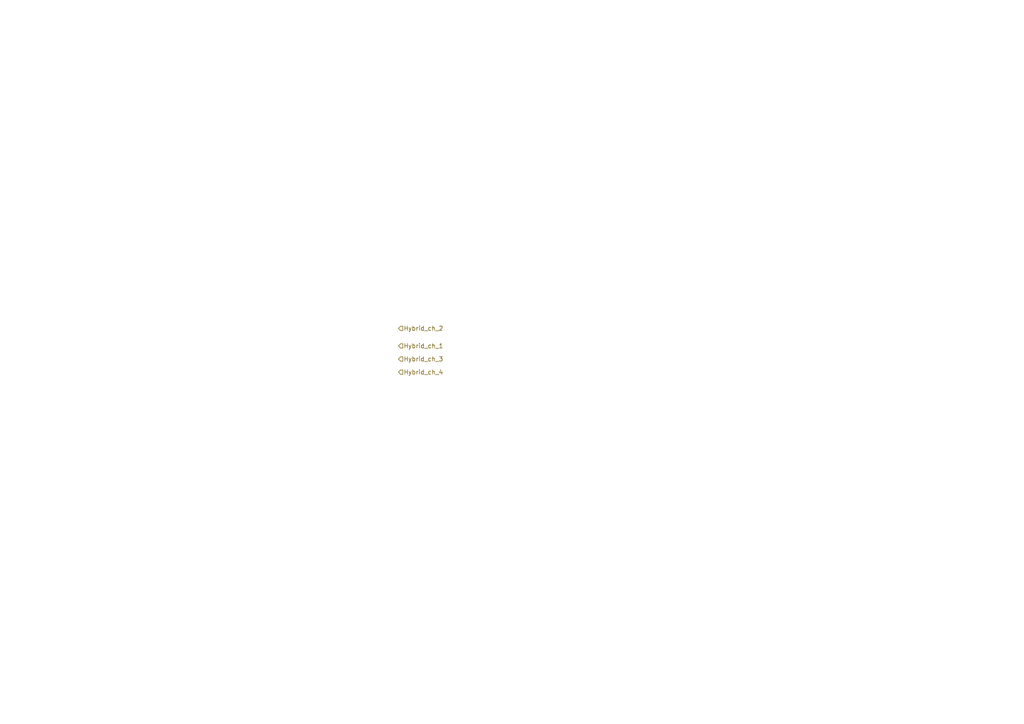
<source format=kicad_sch>
(kicad_sch
	(version 20250114)
	(generator "eeschema")
	(generator_version "9.0")
	(uuid "85be7c20-f248-4a96-a294-fc92b3ea3ed3")
	(paper "A4")
	(lib_symbols)
	(hierarchical_label "Hybrid_ch_4"
		(shape input)
		(at 115.57 107.95 0)
		(effects
			(font
				(size 1.27 1.27)
			)
			(justify left)
		)
		(uuid "33315bad-e2d4-4ddb-b7bd-cf516ffd97c6")
	)
	(hierarchical_label "Hybrid_ch_2"
		(shape input)
		(at 115.57 95.25 0)
		(effects
			(font
				(size 1.27 1.27)
			)
			(justify left)
		)
		(uuid "40274ce6-bb61-4158-8140-26d41275db40")
	)
	(hierarchical_label "Hybrid_ch_3"
		(shape input)
		(at 115.57 104.14 0)
		(effects
			(font
				(size 1.27 1.27)
			)
			(justify left)
		)
		(uuid "75e95d5c-7b48-433a-9802-3699618fbca4")
	)
	(hierarchical_label "Hybrid_ch_1"
		(shape input)
		(at 115.57 100.33 0)
		(effects
			(font
				(size 1.27 1.27)
			)
			(justify left)
		)
		(uuid "e42ad20d-bdb5-4568-9222-8333aa66e78d")
	)
)

</source>
